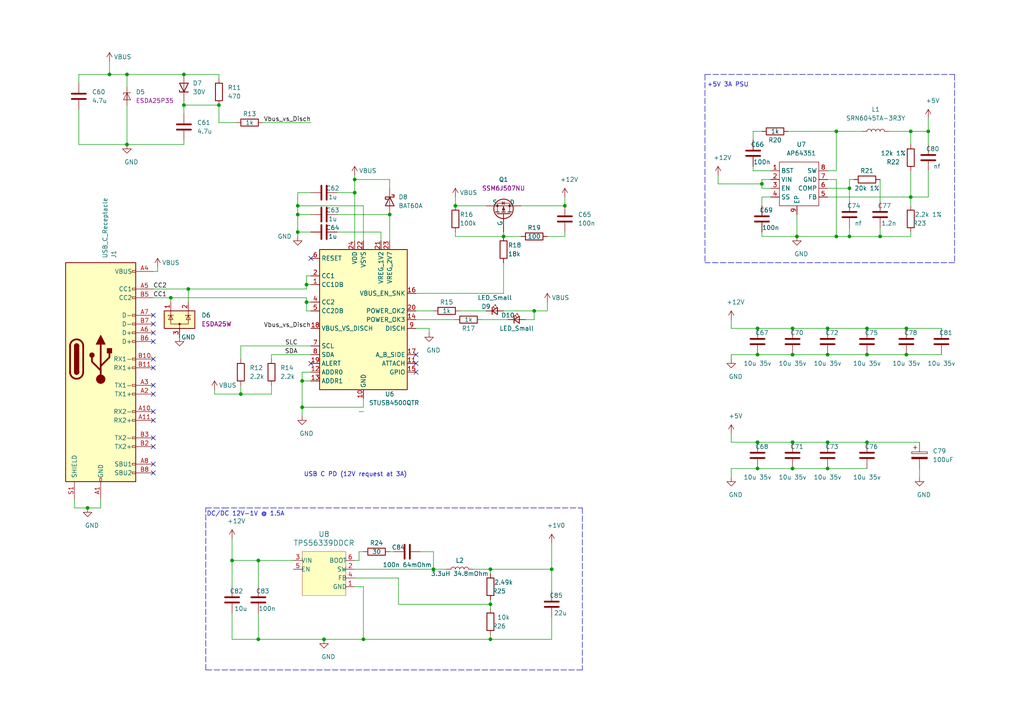
<source format=kicad_sch>
(kicad_sch (version 20210126) (generator eeschema)
  (paper "A4")
  (lib_symbols
    (symbol "CM4_NAS:AP64351"
      (property "Reference" "U" (at 0 8.89 0))
      (property "Value" "AP64351" (at 1.27 6.35 0))
      (symbol "AP64351_0_1"
        (rectangle (start -5.08 5.08) (end 6.35 -7.62))
      )
      (symbol "AP64351_1_1"
        (pin passive line (at -7.62 2.54 0) (length 2.54) (name "BST") (number "1"))
        (pin power_in line (at -7.62 0 0) (length 2.54) (name "VIN") (number "2"))
        (pin input line (at -7.62 -2.54 0) (length 2.54) (name "EN") (number "3"))
        (pin input line (at -7.62 -5.08 0) (length 2.54) (name "SS") (number "4"))
        (pin input line (at 8.89 -5.08 180) (length 2.54) (name "FB") (number "5"))
        (pin input line (at 8.89 -2.54 180) (length 2.54) (name "COMP") (number "6"))
        (pin power_in line (at 8.89 0 180) (length 2.54) (name "GND") (number "7"))
        (pin output line (at 8.89 2.54 180) (length 2.54) (name "SW") (number "8"))
        (pin passive line (at 0 -10.16 90) (length 2.54) (name "EP") (number "9"))
      )
    )
    (symbol "CM4_NAS:ESDA25P35" (pin_numbers hide) (pin_names hide)
      (property "Reference" "D" (at 0 2.54 0))
      (property "MPN" "ESDA25P35" (at 0 -2.54 0))
      (symbol "ESDA25P35_0_1"
        (polyline (pts (xy -1.016 0) (xy 1.016 0)))
        (polyline (pts (xy -1.016 1.016) (xy -1.016 -1.016) (xy -0.508 -1.016)))
        (polyline (pts (xy 1.016 1.016) (xy -1.016 0) (xy 1.016 -1.016) (xy 1.016 1.016)))
      )
      (symbol "ESDA25P35_1_1"
        (pin passive line (at -2.54 0 0) (length 2.54) (name "K1") (number "1"))
        (pin passive line (at 2.54 0 180) (length 2.54) (name "A") (number "2"))
      )
    )
    (symbol "CM4_NAS:ESDA25W" (pin_names hide)
      (property "Reference" "D" (at 5.715 2.54 0))
      (property "MPN" "ESDA25W" (at 10.16 0 0))
      (symbol "ESDA25W_0_0"
        (pin passive line (at 0 -5.08 90) (length 2.54) (name "A") (number "3"))
      )
      (symbol "ESDA25W_0_1"
        (circle (center 0 -1.27) (radius 0.254) (fill (type outline)))
        (rectangle (start -4.445 2.54) (end 4.445 -2.54) (stroke (width 0.254)) (fill (type background)))
        (polyline (pts (xy -2.54 2.54) (xy -2.54 1.27)))
        (polyline (pts (xy 0 -1.27) (xy 0 -2.54)))
        (polyline (pts (xy 2.54 2.54) (xy 2.54 1.27)))
        (polyline (pts (xy -3.302 1.016) (xy -3.302 1.27) (xy -1.905 1.27) (xy -1.778 1.27)))
        (polyline (pts (xy -2.54 1.27) (xy -2.54 -1.27) (xy 2.54 -1.27) (xy 2.54 1.27)))
        (polyline (pts (xy -2.54 1.27) (xy -1.905 0) (xy -3.175 0) (xy -2.54 1.27)))
        (polyline (pts (xy 1.778 1.016) (xy 1.778 1.27) (xy 3.175 1.27) (xy 3.302 1.27)))
        (polyline (pts (xy 2.54 1.27) (xy 1.905 0) (xy 3.175 0) (xy 2.54 1.27)))
      )
      (symbol "ESDA25W_1_1"
        (pin passive line (at -2.54 5.08 270) (length 2.54) (name "K") (number "1"))
        (pin passive line (at 2.54 5.08 270) (length 2.54) (name "K") (number "2"))
      )
    )
    (symbol "CM4_NAS:SSM6J507NU" (pin_numbers hide) (pin_names (offset 0))
      (property "Reference" "Q" (at 5.08 1.27 0))
      (property "MPN" "SSM6J507NU" (at 11.43 -1.27 0))
      (symbol "SSM6J507NU_0_0"
        (pin passive line (at 2.54 5.08 270) (length 5.08) hide (name "D") (number "1"))
        (pin passive line (at 2.54 5.08 270) (length 5.08) hide (name "D") (number "2"))
        (pin passive line (at 2.54 5.08 270) (length 5.08) hide (name "D") (number "6"))
        (pin passive line (at 2.54 5.08 270) (length 5.08) (name "D") (number "D"))
        (pin passive line (at 2.54 -5.08 90) (length 5.08) (name "S") (number "S"))
      )
      (symbol "SSM6J507NU_0_1"
        (circle (center 1.651 0) (radius 2.8194) (stroke (width 0.254)))
        (circle (center 2.54 -1.778) (radius 0.2794) (fill (type outline)))
        (circle (center 2.54 1.778) (radius 0.2794) (fill (type outline)))
        (polyline (pts (xy 0.0508 0) (xy 0.254 0)))
        (polyline (pts (xy 0.762 -1.778) (xy 2.54 -1.778)))
        (polyline (pts (xy 0.762 -1.27) (xy 0.762 -2.286)) (stroke (width 0.254)))
        (polyline (pts (xy 0.762 0) (xy 2.54 0)))
        (polyline (pts (xy 0.762 0.508) (xy 0.762 -0.508)) (stroke (width 0.254)))
        (polyline (pts (xy 0.762 1.778) (xy 2.54 1.778)))
        (polyline (pts (xy 0.762 2.286) (xy 0.762 1.27)) (stroke (width 0.254)))
        (polyline (pts (xy 2.54 -1.778) (xy 2.54 -2.54)))
        (polyline (pts (xy 2.54 -1.778) (xy 2.54 0)))
        (polyline (pts (xy 2.54 2.54) (xy 2.54 1.778)))
        (polyline (pts (xy 0.254 1.905) (xy 0.254 -1.905) (xy 0.254 -1.905)) (stroke (width 0.254)))
        (polyline (pts (xy 2.286 0) (xy 1.27 -0.381) (xy 1.27 0.381) (xy 2.286 0)) (fill (type outline)))
        (polyline (pts (xy 2.54 -1.778) (xy 3.302 -1.778) (xy 3.302 1.778) (xy 2.54 1.778)))
        (polyline (pts (xy 2.794 -0.508) (xy 2.921 -0.381) (xy 3.683 -0.381) (xy 3.81 -0.254)))
        (polyline (pts (xy 3.302 -0.381) (xy 2.921 0.254) (xy 3.683 0.254) (xy 3.302 -0.381)))
      )
      (symbol "SSM6J507NU_1_1"
        (pin input line (at -5.08 0 0) (length 5.08) (name "G") (number "3"))
        (pin passive line (at 2.54 -5.08 90) (length 2.54) hide (name "S") (number "4"))
        (pin passive line (at 2.54 5.08 270) (length 2.54) hide (name "D") (number "5"))
      )
    )
    (symbol "CM4_NAS:TPS56339DDCR" (pin_names (offset -0.254))
      (property "Reference" "U" (at -1.27 10.16 0))
      (property "Value" "TPS56339DDCR" (at 0 7.62 0))
      (symbol "TPS56339DDCR_1_1"
        (rectangle (start -6.35 6.35) (end 6.35 -6.35) (stroke (width 0.001)) (fill (type background)))
        (pin power_in line (at 8.89 -3.81 180) (length 2.54) (name "GND") (number "1"))
        (pin power_in line (at 8.89 1.27 180) (length 2.54) (name "SW") (number "2"))
        (pin power_in line (at -8.89 3.81 0) (length 2.54) (name "VIN") (number "3"))
        (pin input line (at 8.89 -1.27 180) (length 2.54) (name "FB") (number "4"))
        (pin input line (at -8.89 1.27 0) (length 2.54) (name "EN") (number "5"))
        (pin power_in line (at 8.89 3.81 180) (length 2.54) (name "BOOT") (number "6"))
      )
    )
    (symbol "Connector:USB_C_Receptacle" (pin_names (offset 1.016))
      (property "Reference" "J" (at -10.16 29.21 0))
      (property "Value" "USB_C_Receptacle" (at 10.16 29.21 0))
      (symbol "USB_C_Receptacle_0_0"
        (rectangle (start -0.254 -35.56) (end 0.254 -34.544))
        (rectangle (start 10.16 -32.766) (end 9.144 -33.274))
        (rectangle (start 10.16 -30.226) (end 9.144 -30.734))
        (rectangle (start 10.16 -25.146) (end 9.144 -25.654))
        (rectangle (start 10.16 -22.606) (end 9.144 -23.114))
        (rectangle (start 10.16 -17.526) (end 9.144 -18.034))
        (rectangle (start 10.16 -14.986) (end 9.144 -15.494))
        (rectangle (start 10.16 -9.906) (end 9.144 -10.414))
        (rectangle (start 10.16 -7.366) (end 9.144 -7.874))
        (rectangle (start 10.16 -2.286) (end 9.144 -2.794))
        (rectangle (start 10.16 0.254) (end 9.144 -0.254))
        (rectangle (start 10.16 5.334) (end 9.144 4.826))
        (rectangle (start 10.16 7.874) (end 9.144 7.366))
        (rectangle (start 10.16 10.414) (end 9.144 9.906))
        (rectangle (start 10.16 12.954) (end 9.144 12.446))
        (rectangle (start 10.16 18.034) (end 9.144 17.526))
        (rectangle (start 10.16 20.574) (end 9.144 20.066))
        (rectangle (start 10.16 25.654) (end 9.144 25.146))
      )
      (symbol "USB_C_Receptacle_0_1"
        (arc (start -8.89 -3.81) (end -5.08 -3.81) (radius (at -6.985 -3.81) (length 1.905) (angles -179.9 -0.1)) (stroke (width 0.508)))
        (arc (start -7.62 -3.81) (end -6.35 -3.81) (radius (at -6.985 -3.81) (length 0.635) (angles -179.9 -0.1)) (stroke (width 0.254)))
        (arc (start -7.62 -3.81) (end -6.35 -3.81) (radius (at -6.985 -3.81) (length 0.635) (angles -179.9 -0.1)) (stroke (width 0.254)) (fill (type outline)))
        (arc (start -6.35 3.81) (end -7.62 3.81) (radius (at -6.985 3.81) (length 0.635) (angles 0.1 179.9)) (stroke (width 0.254)) (fill (type outline)))
        (arc (start -6.35 3.81) (end -7.62 3.81) (radius (at -6.985 3.81) (length 0.635) (angles 0.1 179.9)) (stroke (width 0.254)))
        (arc (start -5.08 3.81) (end -8.89 3.81) (radius (at -6.985 3.81) (length 1.905) (angles 0.1 179.9)) (stroke (width 0.508)))
        (rectangle (start -10.16 27.94) (end 10.16 -35.56) (stroke (width 0.254)) (fill (type background)))
        (rectangle (start -7.62 -3.81) (end -6.35 3.81) (stroke (width 0.254)) (fill (type outline)))
        (polyline (pts (xy -8.89 -3.81) (xy -8.89 3.81)) (stroke (width 0.508)))
        (polyline (pts (xy -5.08 3.81) (xy -5.08 -3.81)) (stroke (width 0.508)))
      )
      (symbol "USB_C_Receptacle_1_1"
        (circle (center -2.54 1.143) (radius 0.635) (stroke (width 0.254)) (fill (type outline)))
        (circle (center 0 -5.842) (radius 1.27) (fill (type outline)))
        (rectangle (start 1.905 1.778) (end 3.175 3.048) (stroke (width 0.254)) (fill (type outline)))
        (polyline (pts (xy 0 -5.842) (xy 0 4.318)) (stroke (width 0.508)))
        (polyline (pts (xy 0 -3.302) (xy -2.54 -0.762) (xy -2.54 0.508)) (stroke (width 0.508)))
        (polyline (pts (xy 0 -2.032) (xy 2.54 0.508) (xy 2.54 1.778)) (stroke (width 0.508)))
        (polyline (pts (xy -1.27 4.318) (xy 0 6.858) (xy 1.27 4.318) (xy -1.27 4.318)) (stroke (width 0.254)) (fill (type outline)))
        (pin passive line (at 0 -40.64 90) (length 5.08) (name "GND") (number "A1"))
        (pin bidirectional line (at 15.24 -15.24 180) (length 5.08) (name "RX2-") (number "A10"))
        (pin bidirectional line (at 15.24 -17.78 180) (length 5.08) (name "RX2+") (number "A11"))
        (pin passive line (at 0 -40.64 90) (length 5.08) hide (name "GND") (number "A12"))
        (pin bidirectional line (at 15.24 -10.16 180) (length 5.08) (name "TX1+") (number "A2"))
        (pin bidirectional line (at 15.24 -7.62 180) (length 5.08) (name "TX1-") (number "A3"))
        (pin passive line (at 15.24 25.4 180) (length 5.08) (name "VBUS") (number "A4"))
        (pin bidirectional line (at 15.24 20.32 180) (length 5.08) (name "CC1") (number "A5"))
        (pin bidirectional line (at 15.24 7.62 180) (length 5.08) (name "D+") (number "A6"))
        (pin bidirectional line (at 15.24 12.7 180) (length 5.08) (name "D-") (number "A7"))
        (pin bidirectional line (at 15.24 -30.48 180) (length 5.08) (name "SBU1") (number "A8"))
        (pin passive line (at 15.24 25.4 180) (length 5.08) hide (name "VBUS") (number "A9"))
        (pin passive line (at 0 -40.64 90) (length 5.08) hide (name "GND") (number "B1"))
        (pin bidirectional line (at 15.24 0 180) (length 5.08) (name "RX1-") (number "B10"))
        (pin bidirectional line (at 15.24 -2.54 180) (length 5.08) (name "RX1+") (number "B11"))
        (pin passive line (at 0 -40.64 90) (length 5.08) hide (name "GND") (number "B12"))
        (pin bidirectional line (at 15.24 -25.4 180) (length 5.08) (name "TX2+") (number "B2"))
        (pin bidirectional line (at 15.24 -22.86 180) (length 5.08) (name "TX2-") (number "B3"))
        (pin passive line (at 15.24 25.4 180) (length 5.08) hide (name "VBUS") (number "B4"))
        (pin bidirectional line (at 15.24 17.78 180) (length 5.08) (name "CC2") (number "B5"))
        (pin bidirectional line (at 15.24 5.08 180) (length 5.08) (name "D+") (number "B6"))
        (pin bidirectional line (at 15.24 10.16 180) (length 5.08) (name "D-") (number "B7"))
        (pin bidirectional line (at 15.24 -33.02 180) (length 5.08) (name "SBU2") (number "B8"))
        (pin passive line (at 15.24 25.4 180) (length 5.08) hide (name "VBUS") (number "B9"))
        (pin passive line (at -7.62 -40.64 90) (length 5.08) (name "SHIELD") (number "S1"))
      )
    )
    (symbol "Device:C" (pin_numbers hide) (pin_names (offset 0.254))
      (property "Reference" "C" (at 0.635 2.54 0))
      (property "Value" "C" (at 0.635 -2.54 0))
      (symbol "C_0_1"
        (polyline (pts (xy -2.032 -0.762) (xy 2.032 -0.762)) (stroke (width 0.508)))
        (polyline (pts (xy -2.032 0.762) (xy 2.032 0.762)) (stroke (width 0.508)))
      )
      (symbol "C_1_1"
        (pin passive line (at 0 3.81 270) (length 2.794) (name "~") (number "1"))
        (pin passive line (at 0 -3.81 90) (length 2.794) (name "~") (number "2"))
      )
    )
    (symbol "Device:C_Polarized" (pin_numbers hide) (pin_names (offset 0.254))
      (property "Reference" "C" (at 0.635 2.54 0))
      (property "Value" "C_Polarized" (at 0.635 -2.54 0))
      (symbol "C_Polarized_0_1"
        (rectangle (start -2.286 0.508) (end 2.286 1.016))
        (rectangle (start 2.286 -0.508) (end -2.286 -1.016) (fill (type outline)))
        (polyline (pts (xy -1.778 2.286) (xy -0.762 2.286)))
        (polyline (pts (xy -1.27 2.794) (xy -1.27 1.778)))
      )
      (symbol "C_Polarized_1_1"
        (pin passive line (at 0 3.81 270) (length 2.794) (name "~") (number "1"))
        (pin passive line (at 0 -3.81 90) (length 2.794) (name "~") (number "2"))
      )
    )
    (symbol "Device:D_Zener" (pin_numbers hide) (pin_names (offset 1.016) hide)
      (property "Reference" "D" (at 0 2.54 0))
      (property "Value" "D_Zener" (at 0 -2.54 0))
      (symbol "D_Zener_0_1"
        (polyline (pts (xy 1.27 0) (xy -1.27 0)))
        (polyline (pts (xy -1.27 -1.27) (xy -1.27 1.27) (xy -0.762 1.27)) (stroke (width 0.254)))
        (polyline (pts (xy 1.27 -1.27) (xy 1.27 1.27) (xy -1.27 0) (xy 1.27 -1.27)) (stroke (width 0.254)))
      )
      (symbol "D_Zener_1_1"
        (pin passive line (at -3.81 0 0) (length 2.54) (name "K") (number "1"))
        (pin passive line (at 3.81 0 180) (length 2.54) (name "A") (number "2"))
      )
    )
    (symbol "Device:L" (pin_numbers hide) (pin_names (offset 1.016) hide)
      (property "Reference" "L" (at -1.27 0 90))
      (property "Value" "L" (at 1.905 0 90))
      (symbol "L_0_1"
        (arc (start 0 -2.54) (end 0 -1.27) (radius (at 0 -1.905) (length 0.635) (angles -89.9 89.9)))
        (arc (start 0 -1.27) (end 0 0) (radius (at 0 -0.635) (length 0.635) (angles -89.9 89.9)))
        (arc (start 0 0) (end 0 1.27) (radius (at 0 0.635) (length 0.635) (angles -89.9 89.9)))
        (arc (start 0 1.27) (end 0 2.54) (radius (at 0 1.905) (length 0.635) (angles -89.9 89.9)))
      )
      (symbol "L_1_1"
        (pin passive line (at 0 3.81 270) (length 1.27) (name "1") (number "1"))
        (pin passive line (at 0 -3.81 90) (length 1.27) (name "2") (number "2"))
      )
    )
    (symbol "Device:LED_Small" (pin_numbers hide) (pin_names (offset 0.254) hide)
      (property "Reference" "D" (at -1.27 3.175 0))
      (property "Value" "LED_Small" (at -4.445 -2.54 0))
      (symbol "LED_Small_0_1"
        (polyline (pts (xy -0.762 -1.016) (xy -0.762 1.016)) (stroke (width 0.254)))
        (polyline (pts (xy 1.016 0) (xy -0.762 0)))
        (polyline (pts (xy 0.762 -1.016) (xy -0.762 0) (xy 0.762 1.016) (xy 0.762 -1.016)) (stroke (width 0.254)))
        (polyline (pts (xy 0 0.762) (xy -0.508 1.27) (xy -0.254 1.27) (xy -0.508 1.27) (xy -0.508 1.016)))
        (polyline (pts (xy 0.508 1.27) (xy 0 1.778) (xy 0.254 1.778) (xy 0 1.778) (xy 0 1.524)))
      )
      (symbol "LED_Small_1_1"
        (pin passive line (at -2.54 0 0) (length 1.778) (name "K") (number "1"))
        (pin passive line (at 2.54 0 180) (length 1.778) (name "A") (number "2"))
      )
    )
    (symbol "Device:R" (pin_numbers hide) (pin_names (offset 0))
      (property "Reference" "R" (at 2.032 0 90))
      (property "Value" "R" (at 0 0 90))
      (symbol "R_0_1"
        (rectangle (start -1.016 -2.54) (end 1.016 2.54) (stroke (width 0.254)))
      )
      (symbol "R_1_1"
        (pin passive line (at 0 3.81 270) (length 1.27) (name "~") (number "1"))
        (pin passive line (at 0 -3.81 90) (length 1.27) (name "~") (number "2"))
      )
    )
    (symbol "Diode:BAT60A" (pin_numbers hide) (pin_names (offset 1.016) hide)
      (property "Reference" "D" (at 0 2.54 0))
      (property "Value" "BAT60A" (at 0 -2.54 0))
      (symbol "BAT60A_0_1"
        (polyline (pts (xy 1.27 0) (xy -1.27 0)))
        (polyline (pts (xy 1.27 1.27) (xy 1.27 -1.27) (xy -1.27 0) (xy 1.27 1.27)) (stroke (width 0.254)))
        (polyline (pts (xy -1.905 0.635) (xy -1.905 1.27) (xy -1.27 1.27) (xy -1.27 -1.27) (xy -0.635 -1.27) (xy -0.635 -0.635)) (stroke (width 0.254)))
      )
      (symbol "BAT60A_1_1"
        (pin passive line (at -3.81 0 0) (length 2.54) (name "K") (number "1"))
        (pin passive line (at 3.81 0 180) (length 2.54) (name "A") (number "2"))
      )
    )
    (symbol "Interface_USB:STUSB4500QTR"
      (property "Reference" "U" (at -12.7 21.59 0))
      (property "Value" "STUSB4500QTR" (at 8.89 -21.59 0))
      (symbol "STUSB4500QTR_0_1"
        (rectangle (start -12.7 20.32) (end 12.7 -20.32) (stroke (width 0.254)) (fill (type background)))
      )
      (symbol "STUSB4500QTR_1_1"
        (pin bidirectional line (at -15.24 10.16 0) (length 2.54) (name "CC1DB") (number "1"))
        (pin power_in line (at 0 -22.86 90) (length 2.54) (name "GND") (number "10"))
        (pin open_collector line (at 15.24 -12.7 180) (length 2.54) (name "ATTACH") (number "11"))
        (pin input line (at -15.24 -15.24 0) (length 2.54) (name "ADDR0") (number "12"))
        (pin input line (at -15.24 -17.78 0) (length 2.54) (name "ADDR1") (number "13"))
        (pin open_collector line (at 15.24 0 180) (length 2.54) (name "POWER_OK3") (number "14"))
        (pin open_collector line (at 15.24 -15.24 180) (length 2.54) (name "GPIO") (number "15"))
        (pin open_collector line (at 15.24 7.62 180) (length 2.54) (name "VBUS_EN_SNK") (number "16"))
        (pin open_collector line (at 15.24 -10.16 180) (length 2.54) (name "A_B_SIDE") (number "17"))
        (pin input line (at -15.24 -2.54 0) (length 2.54) (name "VBUS_VS_DISCH") (number "18"))
        (pin open_collector line (at -15.24 -12.7 0) (length 2.54) (name "ALERT") (number "19"))
        (pin bidirectional line (at -15.24 12.7 0) (length 2.54) (name "CC1") (number "2"))
        (pin open_collector line (at 15.24 2.54 180) (length 2.54) (name "POWER_OK2") (number "20"))
        (pin power_out line (at 5.08 22.86 270) (length 2.54) (name "VREG_1V2") (number "21"))
        (pin power_in line (at 0 22.86 270) (length 2.54) (name "VSYS") (number "22"))
        (pin power_out line (at 7.62 22.86 270) (length 2.54) (name "VREG_2V7") (number "23"))
        (pin power_in line (at -2.54 22.86 270) (length 2.54) (name "VDD") (number "24"))
        (pin passive line (at 0 -22.86 90) (length 2.54) hide (name "GND") (number "25"))
        (pin no_connect line (at -12.7 15.24 0) (length 2.54) hide (name "NC") (number "3"))
        (pin bidirectional line (at -15.24 5.08 0) (length 2.54) (name "CC2") (number "4"))
        (pin bidirectional line (at -15.24 2.54 0) (length 2.54) (name "CC2DB") (number "5"))
        (pin input line (at -15.24 17.78 0) (length 2.54) (name "RESET") (number "6"))
        (pin input line (at -15.24 -7.62 0) (length 2.54) (name "SCL") (number "7"))
        (pin bidirectional line (at -15.24 -10.16 0) (length 2.54) (name "SDA") (number "8"))
        (pin bidirectional line (at 15.24 -2.54 180) (length 2.54) (name "DISCH") (number "9"))
      )
    )
    (symbol "power:+12V" (power) (pin_names (offset 0))
      (property "Value" "+12V" (at 0 3.556 0))
      (symbol "+12V_0_1"
        (polyline (pts (xy -0.762 1.27) (xy 0 2.54)))
        (polyline (pts (xy 0 0) (xy 0 2.54)))
        (polyline (pts (xy 0 2.54) (xy 0.762 1.27)))
      )
      (symbol "+12V_1_1"
        (pin power_in line (at 0 0 90) (length 0) hide (name "+12V") (number "1"))
      )
    )
    (symbol "power:+1V0" (power) (pin_names (offset 0))
      (property "Value" "+1V0" (at 0 3.556 0))
      (symbol "+1V0_0_1"
        (polyline (pts (xy -0.762 1.27) (xy 0 2.54)))
        (polyline (pts (xy 0 0) (xy 0 2.54)))
        (polyline (pts (xy 0 2.54) (xy 0.762 1.27)))
      )
      (symbol "+1V0_1_1"
        (pin power_in line (at 0 0 90) (length 0) hide (name "+1V0") (number "1"))
      )
    )
    (symbol "power:+5V" (power) (pin_names (offset 0))
      (property "Value" "+5V" (at 0 3.556 0))
      (symbol "+5V_0_1"
        (polyline (pts (xy -0.762 1.27) (xy 0 2.54)))
        (polyline (pts (xy 0 0) (xy 0 2.54)))
        (polyline (pts (xy 0 2.54) (xy 0.762 1.27)))
      )
      (symbol "+5V_1_1"
        (pin power_in line (at 0 0 90) (length 0) hide (name "+5V") (number "1"))
      )
    )
    (symbol "power:GND" (power) (pin_names (offset 0))
      (property "Value" "GND" (at 0 -3.81 0))
      (symbol "GND_0_1"
        (polyline (pts (xy 0 0) (xy 0 -1.27) (xy 1.27 -1.27) (xy 0 -2.54) (xy -1.27 -1.27) (xy 0 -1.27)))
      )
      (symbol "GND_1_1"
        (pin power_in line (at 0 0 270) (length 0) hide (name "GND") (number "1"))
      )
    )
    (symbol "power:VBUS" (power) (pin_names (offset 0))
      (property "Value" "VBUS" (at 0 3.81 0))
      (symbol "VBUS_0_1"
        (polyline (pts (xy -0.762 1.27) (xy 0 2.54)))
        (polyline (pts (xy 0 0) (xy 0 2.54)))
        (polyline (pts (xy 0 2.54) (xy 0.762 1.27)))
      )
      (symbol "VBUS_1_1"
        (pin power_in line (at 0 0 90) (length 0) hide (name "VBUS") (number "1"))
      )
    )
  )
  (junction (at 25.4 147.32) (diameter 0.9144))
  (junction (at 31.75 21.59) (diameter 0.9144))
  (junction (at 36.83 21.59) (diameter 0.9144))
  (junction (at 36.83 41.91) (diameter 0.9144))
  (junction (at 49.53 86.36) (diameter 0.9144))
  (junction (at 53.34 21.59) (diameter 0.9144))
  (junction (at 53.34 30.48) (diameter 0.9144))
  (junction (at 54.61 83.82) (diameter 0.9144))
  (junction (at 63.5 30.48) (diameter 0.9144))
  (junction (at 67.31 162.56) (diameter 0.9144))
  (junction (at 69.85 114.3) (diameter 0.9144))
  (junction (at 74.93 162.56) (diameter 0.9144))
  (junction (at 74.93 185.42) (diameter 0.9144))
  (junction (at 86.36 59.69) (diameter 0.9144))
  (junction (at 86.36 62.23) (diameter 0.9144))
  (junction (at 86.36 67.31) (diameter 0.9144))
  (junction (at 87.63 110.49) (diameter 0.9144))
  (junction (at 87.63 118.11) (diameter 0.9144))
  (junction (at 88.9 82.55) (diameter 0.9144))
  (junction (at 88.9 87.63) (diameter 0.9144))
  (junction (at 93.98 185.42) (diameter 0.9144))
  (junction (at 102.87 52.07) (diameter 0.9144))
  (junction (at 102.87 55.88) (diameter 0.9144))
  (junction (at 105.41 185.42) (diameter 0.9144))
  (junction (at 113.03 62.23) (diameter 0.9144))
  (junction (at 125.73 165.1) (diameter 0.9144))
  (junction (at 132.08 59.69) (diameter 0.9144))
  (junction (at 142.24 165.1) (diameter 0.9144))
  (junction (at 142.24 175.26) (diameter 0.9144))
  (junction (at 142.24 185.42) (diameter 0.9144))
  (junction (at 146.05 68.58) (diameter 0.9144))
  (junction (at 154.94 90.17) (diameter 0.9144))
  (junction (at 160.02 165.1) (diameter 0.9144))
  (junction (at 163.83 59.69) (diameter 0.9144))
  (junction (at 219.71 95.25) (diameter 0.9144))
  (junction (at 219.71 102.87) (diameter 0.9144))
  (junction (at 219.71 128.27) (diameter 0.9144))
  (junction (at 219.71 135.89) (diameter 0.9144))
  (junction (at 220.98 53.34) (diameter 0.9144))
  (junction (at 229.87 95.25) (diameter 0.9144))
  (junction (at 229.87 102.87) (diameter 0.9144))
  (junction (at 229.87 128.27) (diameter 0.9144))
  (junction (at 229.87 135.89) (diameter 0.9144))
  (junction (at 231.14 68.58) (diameter 0.9144))
  (junction (at 240.03 95.25) (diameter 0.9144))
  (junction (at 240.03 102.87) (diameter 0.9144))
  (junction (at 240.03 128.27) (diameter 0.9144))
  (junction (at 240.03 135.89) (diameter 0.9144))
  (junction (at 242.57 38.1) (diameter 0.9144))
  (junction (at 242.57 68.58) (diameter 0.9144))
  (junction (at 246.38 54.61) (diameter 0.9144))
  (junction (at 246.38 68.58) (diameter 0.9144))
  (junction (at 251.46 95.25) (diameter 0.9144))
  (junction (at 251.46 102.87) (diameter 0.9144))
  (junction (at 251.46 128.27) (diameter 0.9144))
  (junction (at 255.27 68.58) (diameter 0.9144))
  (junction (at 262.89 95.25) (diameter 0.9144))
  (junction (at 262.89 102.87) (diameter 0.9144))
  (junction (at 264.16 38.1) (diameter 0.9144))
  (junction (at 264.16 57.15) (diameter 0.9144))
  (junction (at 269.24 38.1) (diameter 0.9144))
  (no_connect (at 44.45 91.44))
  (no_connect (at 44.45 93.98))
  (no_connect (at 44.45 96.52))
  (no_connect (at 44.45 99.06))
  (no_connect (at 44.45 104.14))
  (no_connect (at 44.45 106.68))
  (no_connect (at 44.45 111.76))
  (no_connect (at 44.45 114.3))
  (no_connect (at 44.45 119.38))
  (no_connect (at 44.45 121.92))
  (no_connect (at 44.45 127))
  (no_connect (at 44.45 129.54))
  (no_connect (at 44.45 134.62))
  (no_connect (at 44.45 137.16))
  (no_connect (at 90.17 74.93))
  (no_connect (at 90.17 105.41))
  (no_connect (at 120.65 102.87))
  (no_connect (at 120.65 105.41))
  (no_connect (at 120.65 107.95))
  (wire (pts (xy 21.59 144.78) (xy 21.59 147.32)))
  (wire (pts (xy 21.59 147.32) (xy 25.4 147.32)))
  (wire (pts (xy 22.86 21.59) (xy 31.75 21.59)))
  (wire (pts (xy 22.86 24.13) (xy 22.86 21.59)))
  (wire (pts (xy 22.86 31.75) (xy 22.86 41.91)))
  (wire (pts (xy 22.86 41.91) (xy 36.83 41.91)))
  (wire (pts (xy 25.4 147.32) (xy 29.21 147.32)))
  (wire (pts (xy 29.21 147.32) (xy 29.21 144.78)))
  (wire (pts (xy 31.75 21.59) (xy 31.75 17.78)))
  (wire (pts (xy 36.83 21.59) (xy 31.75 21.59)))
  (wire (pts (xy 36.83 21.59) (xy 53.34 21.59)))
  (wire (pts (xy 36.83 25.4) (xy 36.83 21.59)))
  (wire (pts (xy 36.83 30.48) (xy 36.83 41.91)))
  (wire (pts (xy 44.45 78.74) (xy 45.72 78.74)))
  (wire (pts (xy 44.45 83.82) (xy 54.61 83.82)))
  (wire (pts (xy 44.45 86.36) (xy 49.53 86.36)))
  (wire (pts (xy 45.72 78.74) (xy 45.72 77.47)))
  (wire (pts (xy 49.53 86.36) (xy 49.53 87.63)))
  (wire (pts (xy 49.53 86.36) (xy 88.9 86.36)))
  (wire (pts (xy 53.34 21.59) (xy 63.5 21.59)))
  (wire (pts (xy 53.34 29.21) (xy 53.34 30.48)))
  (wire (pts (xy 53.34 30.48) (xy 53.34 33.02)))
  (wire (pts (xy 53.34 30.48) (xy 63.5 30.48)))
  (wire (pts (xy 53.34 40.64) (xy 53.34 41.91)))
  (wire (pts (xy 53.34 41.91) (xy 36.83 41.91)))
  (wire (pts (xy 54.61 83.82) (xy 54.61 87.63)))
  (wire (pts (xy 54.61 83.82) (xy 88.9 83.82)))
  (wire (pts (xy 62.23 113.03) (xy 62.23 114.3)))
  (wire (pts (xy 62.23 114.3) (xy 69.85 114.3)))
  (wire (pts (xy 63.5 21.59) (xy 63.5 22.86)))
  (wire (pts (xy 63.5 35.56) (xy 63.5 30.48)))
  (wire (pts (xy 67.31 156.21) (xy 67.31 162.56)))
  (wire (pts (xy 67.31 162.56) (xy 74.93 162.56)))
  (wire (pts (xy 67.31 170.18) (xy 67.31 162.56)))
  (wire (pts (xy 67.31 177.8) (xy 67.31 185.42)))
  (wire (pts (xy 67.31 185.42) (xy 74.93 185.42)))
  (wire (pts (xy 68.58 35.56) (xy 63.5 35.56)))
  (wire (pts (xy 69.85 100.33) (xy 69.85 104.14)))
  (wire (pts (xy 69.85 114.3) (xy 69.85 111.76)))
  (wire (pts (xy 74.93 162.56) (xy 74.93 170.18)))
  (wire (pts (xy 74.93 162.56) (xy 85.09 162.56)))
  (wire (pts (xy 74.93 177.8) (xy 74.93 185.42)))
  (wire (pts (xy 74.93 185.42) (xy 93.98 185.42)))
  (wire (pts (xy 76.2 35.56) (xy 90.17 35.56)))
  (wire (pts (xy 78.74 102.87) (xy 90.17 102.87)))
  (wire (pts (xy 78.74 104.14) (xy 78.74 102.87)))
  (wire (pts (xy 78.74 111.76) (xy 78.74 114.3)))
  (wire (pts (xy 78.74 114.3) (xy 69.85 114.3)))
  (wire (pts (xy 86.36 55.88) (xy 90.17 55.88)))
  (wire (pts (xy 86.36 59.69) (xy 86.36 55.88)))
  (wire (pts (xy 86.36 59.69) (xy 105.41 59.69)))
  (wire (pts (xy 86.36 62.23) (xy 86.36 59.69)))
  (wire (pts (xy 86.36 62.23) (xy 90.17 62.23)))
  (wire (pts (xy 86.36 67.31) (xy 86.36 62.23)))
  (wire (pts (xy 86.36 67.31) (xy 90.17 67.31)))
  (wire (pts (xy 86.36 68.58) (xy 86.36 67.31)))
  (wire (pts (xy 87.63 107.95) (xy 90.17 107.95)))
  (wire (pts (xy 87.63 110.49) (xy 87.63 107.95)))
  (wire (pts (xy 87.63 110.49) (xy 87.63 118.11)))
  (wire (pts (xy 87.63 118.11) (xy 87.63 120.65)))
  (wire (pts (xy 87.63 118.11) (xy 105.41 118.11)))
  (wire (pts (xy 88.9 80.01) (xy 88.9 82.55)))
  (wire (pts (xy 88.9 80.01) (xy 90.17 80.01)))
  (wire (pts (xy 88.9 83.82) (xy 88.9 82.55)))
  (wire (pts (xy 88.9 86.36) (xy 88.9 87.63)))
  (wire (pts (xy 88.9 87.63) (xy 90.17 87.63)))
  (wire (pts (xy 88.9 90.17) (xy 88.9 87.63)))
  (wire (pts (xy 90.17 82.55) (xy 88.9 82.55)))
  (wire (pts (xy 90.17 90.17) (xy 88.9 90.17)))
  (wire (pts (xy 90.17 100.33) (xy 69.85 100.33)))
  (wire (pts (xy 90.17 110.49) (xy 87.63 110.49)))
  (wire (pts (xy 93.98 185.42) (xy 105.41 185.42)))
  (wire (pts (xy 97.79 55.88) (xy 102.87 55.88)))
  (wire (pts (xy 97.79 62.23) (xy 113.03 62.23)))
  (wire (pts (xy 102.87 50.8) (xy 102.87 52.07)))
  (wire (pts (xy 102.87 52.07) (xy 102.87 55.88)))
  (wire (pts (xy 102.87 52.07) (xy 113.03 52.07)))
  (wire (pts (xy 102.87 55.88) (xy 102.87 69.85)))
  (wire (pts (xy 102.87 162.56) (xy 104.14 162.56)))
  (wire (pts (xy 102.87 165.1) (xy 125.73 165.1)))
  (wire (pts (xy 102.87 167.64) (xy 115.57 167.64)))
  (wire (pts (xy 104.14 119.38) (xy 105.41 119.38)))
  (wire (pts (xy 104.14 160.02) (xy 105.41 160.02)))
  (wire (pts (xy 104.14 162.56) (xy 104.14 160.02)))
  (wire (pts (xy 105.41 69.85) (xy 105.41 59.69)))
  (wire (pts (xy 105.41 115.57) (xy 105.41 118.11)))
  (wire (pts (xy 105.41 170.18) (xy 102.87 170.18)))
  (wire (pts (xy 105.41 185.42) (xy 105.41 170.18)))
  (wire (pts (xy 110.49 67.31) (xy 97.79 67.31)))
  (wire (pts (xy 110.49 69.85) (xy 110.49 67.31)))
  (wire (pts (xy 113.03 54.61) (xy 113.03 52.07)))
  (wire (pts (xy 113.03 62.23) (xy 113.03 69.85)))
  (wire (pts (xy 113.03 160.02) (xy 114.3 160.02)))
  (wire (pts (xy 115.57 167.64) (xy 115.57 175.26)))
  (wire (pts (xy 115.57 175.26) (xy 142.24 175.26)))
  (wire (pts (xy 120.65 85.09) (xy 146.05 85.09)))
  (wire (pts (xy 120.65 90.17) (xy 125.73 90.17)))
  (wire (pts (xy 120.65 92.71) (xy 132.08 92.71)))
  (wire (pts (xy 120.65 95.25) (xy 124.46 95.25)))
  (wire (pts (xy 121.92 160.02) (xy 125.73 160.02)))
  (wire (pts (xy 124.46 95.25) (xy 124.46 96.52)))
  (wire (pts (xy 125.73 160.02) (xy 125.73 165.1)))
  (wire (pts (xy 125.73 165.1) (xy 129.54 165.1)))
  (wire (pts (xy 132.08 57.15) (xy 132.08 59.69)))
  (wire (pts (xy 132.08 59.69) (xy 140.97 59.69)))
  (wire (pts (xy 132.08 67.31) (xy 132.08 68.58)))
  (wire (pts (xy 132.08 68.58) (xy 146.05 68.58)))
  (wire (pts (xy 133.35 90.17) (xy 140.97 90.17)))
  (wire (pts (xy 139.7 92.71) (xy 147.32 92.71)))
  (wire (pts (xy 142.24 165.1) (xy 137.16 165.1)))
  (wire (pts (xy 142.24 165.1) (xy 142.24 166.37)))
  (wire (pts (xy 142.24 165.1) (xy 160.02 165.1)))
  (wire (pts (xy 142.24 173.99) (xy 142.24 175.26)))
  (wire (pts (xy 142.24 175.26) (xy 142.24 176.53)))
  (wire (pts (xy 142.24 184.15) (xy 142.24 185.42)))
  (wire (pts (xy 142.24 185.42) (xy 105.41 185.42)))
  (wire (pts (xy 142.24 185.42) (xy 160.02 185.42)))
  (wire (pts (xy 146.05 67.31) (xy 146.05 68.58)))
  (wire (pts (xy 146.05 68.58) (xy 151.13 68.58)))
  (wire (pts (xy 146.05 85.09) (xy 146.05 76.2)))
  (wire (pts (xy 146.05 90.17) (xy 154.94 90.17)))
  (wire (pts (xy 151.13 59.69) (xy 163.83 59.69)))
  (wire (pts (xy 154.94 90.17) (xy 154.94 92.71)))
  (wire (pts (xy 154.94 92.71) (xy 152.4 92.71)))
  (wire (pts (xy 158.75 68.58) (xy 163.83 68.58)))
  (wire (pts (xy 158.75 87.63) (xy 158.75 90.17)))
  (wire (pts (xy 158.75 90.17) (xy 154.94 90.17)))
  (wire (pts (xy 160.02 157.48) (xy 160.02 165.1)))
  (wire (pts (xy 160.02 165.1) (xy 160.02 171.45)))
  (wire (pts (xy 160.02 185.42) (xy 160.02 179.07)))
  (wire (pts (xy 163.83 57.15) (xy 163.83 59.69)))
  (wire (pts (xy 163.83 68.58) (xy 163.83 67.31)))
  (wire (pts (xy 208.28 50.8) (xy 208.28 53.34)))
  (wire (pts (xy 208.28 53.34) (xy 220.98 53.34)))
  (wire (pts (xy 212.09 92.71) (xy 212.09 95.25)))
  (wire (pts (xy 212.09 95.25) (xy 219.71 95.25)))
  (wire (pts (xy 212.09 102.87) (xy 212.09 104.14)))
  (wire (pts (xy 212.09 125.73) (xy 212.09 128.27)))
  (wire (pts (xy 212.09 128.27) (xy 219.71 128.27)))
  (wire (pts (xy 212.09 135.89) (xy 212.09 138.43)))
  (wire (pts (xy 218.44 38.1) (xy 220.98 38.1)))
  (wire (pts (xy 218.44 40.64) (xy 218.44 38.1)))
  (wire (pts (xy 218.44 49.53) (xy 218.44 48.26)))
  (wire (pts (xy 219.71 95.25) (xy 229.87 95.25)))
  (wire (pts (xy 219.71 102.87) (xy 212.09 102.87)))
  (wire (pts (xy 219.71 128.27) (xy 229.87 128.27)))
  (wire (pts (xy 219.71 135.89) (xy 212.09 135.89)))
  (wire (pts (xy 219.71 135.89) (xy 229.87 135.89)))
  (wire (pts (xy 220.98 52.07) (xy 223.52 52.07)))
  (wire (pts (xy 220.98 53.34) (xy 220.98 52.07)))
  (wire (pts (xy 220.98 54.61) (xy 220.98 53.34)))
  (wire (pts (xy 220.98 57.15) (xy 223.52 57.15)))
  (wire (pts (xy 220.98 59.69) (xy 220.98 57.15)))
  (wire (pts (xy 220.98 67.31) (xy 220.98 68.58)))
  (wire (pts (xy 220.98 68.58) (xy 231.14 68.58)))
  (wire (pts (xy 223.52 49.53) (xy 218.44 49.53)))
  (wire (pts (xy 223.52 54.61) (xy 220.98 54.61)))
  (wire (pts (xy 228.6 38.1) (xy 242.57 38.1)))
  (wire (pts (xy 229.87 95.25) (xy 240.03 95.25)))
  (wire (pts (xy 229.87 102.87) (xy 219.71 102.87)))
  (wire (pts (xy 229.87 128.27) (xy 240.03 128.27)))
  (wire (pts (xy 229.87 135.89) (xy 240.03 135.89)))
  (wire (pts (xy 231.14 68.58) (xy 231.14 62.23)))
  (wire (pts (xy 240.03 52.07) (xy 242.57 52.07)))
  (wire (pts (xy 240.03 54.61) (xy 246.38 54.61)))
  (wire (pts (xy 240.03 57.15) (xy 264.16 57.15)))
  (wire (pts (xy 240.03 95.25) (xy 251.46 95.25)))
  (wire (pts (xy 240.03 102.87) (xy 229.87 102.87)))
  (wire (pts (xy 240.03 128.27) (xy 251.46 128.27)))
  (wire (pts (xy 240.03 135.89) (xy 251.46 135.89)))
  (wire (pts (xy 242.57 38.1) (xy 242.57 49.53)))
  (wire (pts (xy 242.57 38.1) (xy 250.19 38.1)))
  (wire (pts (xy 242.57 49.53) (xy 240.03 49.53)))
  (wire (pts (xy 242.57 52.07) (xy 242.57 68.58)))
  (wire (pts (xy 242.57 68.58) (xy 231.14 68.58)))
  (wire (pts (xy 246.38 52.07) (xy 247.65 52.07)))
  (wire (pts (xy 246.38 54.61) (xy 246.38 52.07)))
  (wire (pts (xy 246.38 58.42) (xy 246.38 54.61)))
  (wire (pts (xy 246.38 66.04) (xy 246.38 68.58)))
  (wire (pts (xy 246.38 68.58) (xy 242.57 68.58)))
  (wire (pts (xy 251.46 95.25) (xy 262.89 95.25)))
  (wire (pts (xy 251.46 102.87) (xy 240.03 102.87)))
  (wire (pts (xy 251.46 128.27) (xy 266.7 128.27)))
  (wire (pts (xy 255.27 52.07) (xy 255.27 58.42)))
  (wire (pts (xy 255.27 66.04) (xy 255.27 68.58)))
  (wire (pts (xy 255.27 68.58) (xy 246.38 68.58)))
  (wire (pts (xy 257.81 38.1) (xy 264.16 38.1)))
  (wire (pts (xy 262.89 95.25) (xy 273.05 95.25)))
  (wire (pts (xy 262.89 102.87) (xy 251.46 102.87)))
  (wire (pts (xy 264.16 38.1) (xy 264.16 41.91)))
  (wire (pts (xy 264.16 49.53) (xy 264.16 57.15)))
  (wire (pts (xy 264.16 57.15) (xy 264.16 59.69)))
  (wire (pts (xy 264.16 67.31) (xy 264.16 68.58)))
  (wire (pts (xy 264.16 68.58) (xy 255.27 68.58)))
  (wire (pts (xy 266.7 135.89) (xy 266.7 138.43)))
  (wire (pts (xy 269.24 34.29) (xy 269.24 38.1)))
  (wire (pts (xy 269.24 38.1) (xy 264.16 38.1)))
  (wire (pts (xy 269.24 41.91) (xy 269.24 38.1)))
  (wire (pts (xy 269.24 49.53) (xy 269.24 57.15)))
  (wire (pts (xy 269.24 57.15) (xy 264.16 57.15)))
  (wire (pts (xy 273.05 102.87) (xy 262.89 102.87)))
  (polyline (pts (xy 59.69 147.32) (xy 64.77 147.32)) (stroke (width 0) (type dash)))
  (polyline (pts (xy 59.69 194.31) (xy 59.69 147.32)) (stroke (width 0) (type dash)))
  (polyline (pts (xy 64.77 147.32) (xy 168.91 147.32)) (stroke (width 0) (type dash)))
  (polyline (pts (xy 168.91 147.32) (xy 168.91 194.31)) (stroke (width 0) (type dash)))
  (polyline (pts (xy 168.91 194.31) (xy 59.69 194.31)) (stroke (width 0) (type dash)))
  (polyline (pts (xy 204.47 21.59) (xy 204.47 76.2)) (stroke (width 0) (type dash)))
  (polyline (pts (xy 204.47 21.59) (xy 276.86 21.59)) (stroke (width 0) (type dash)))
  (polyline (pts (xy 276.86 21.59) (xy 276.86 76.2)) (stroke (width 0) (type dash)))
  (polyline (pts (xy 276.86 76.2) (xy 204.47 76.2)) (stroke (width 0) (type dash)))
  (text "DC/DC 12V-1V @ 1.5A" (at 82.55 149.86 180) (effects (font (size 1.27 1.27)) (justify right bottom)))
  (text "USB C PD (12V request at 3A)\n" (at 118.11 138.43 180) (effects (font (size 1.27 1.27)) (justify right bottom)))
  (text "+5V 3A PSU" (at 217.17 25.4 180) (effects (font (size 1.27 1.27)) (justify right bottom)))
  (label "CC2" (at 44.45 83.82 0))
  (label "CC1" (at 44.45 86.36 0))
  (label "SLC" (at 86.36 100.33 180))
  (label "SDA" (at 86.36 102.87 180))
  (label "Vbus_vs_Disch" (at 90.17 35.56 180))
  (label "Vbus_vs_Disch" (at 90.17 95.25 180))
  (symbol (lib_id "power:VBUS") (at 31.75 17.78 0) (unit 1)
    (property "Reference" "#PWR0150" (effects hide))
    (property "Value" "VBUS" (at 35.56 16.51 0))
  )
  (symbol (lib_id "power:VBUS") (at 45.72 77.47 0) (unit 1)
    (property "Reference" "#PWR0147" (effects hide))
    (property "Value" "VBUS" (at 49.53 76.2 0))
  )
  (symbol (lib_id "power:VBUS") (at 62.23 113.03 0) (unit 1)
    (property "Reference" "#PWR0144" (effects hide))
    (property "Value" "VBUS" (at 66.04 111.76 0))
  )
  (symbol (lib_id "power:+12V") (at 67.31 156.21 0) (unit 1)
    (property "Reference" "#PWR0177" (effects hide))
    (property "Value" "+12V" (at 68.58 151.13 0))
  )
  (symbol (lib_id "power:VBUS") (at 102.87 50.8 0) (unit 1)
    (property "Reference" "#PWR0152" (effects hide))
    (property "Value" "VBUS" (at 106.68 49.53 0))
  )
  (symbol (lib_id "power:VBUS") (at 132.08 57.15 0) (unit 1)
    (property "Reference" "#PWR0153" (effects hide))
    (property "Value" "VBUS" (at 135.89 55.88 0))
  )
  (symbol (lib_id "power:VBUS") (at 158.75 87.63 0) (unit 1)
    (property "Reference" "#PWR0155" (effects hide))
    (property "Value" "VBUS" (at 162.56 86.36 0))
  )
  (symbol (lib_id "power:+1V0") (at 160.02 157.48 0) (unit 1)
    (property "Reference" "#PWR0178" (effects hide))
    (property "Value" "+1V0" (at 161.29 152.4 0))
  )
  (symbol (lib_id "power:+12V") (at 163.83 57.15 0) (unit 1)
    (property "Reference" "#PWR0154" (effects hide))
    (property "Value" "+12V" (at 165.1 52.07 0))
  )
  (symbol (lib_id "power:+12V") (at 208.28 50.8 0) (unit 1)
    (property "Reference" "#PWR0158" (effects hide))
    (property "Value" "+12V" (at 209.55 45.72 0))
  )
  (symbol (lib_id "power:+12V") (at 212.09 92.71 0) (unit 1)
    (property "Reference" "#PWR0157" (effects hide))
    (property "Value" "+12V" (at 213.36 87.63 0))
  )
  (symbol (lib_id "power:+5V") (at 212.09 125.73 0) (unit 1)
    (property "Reference" "#PWR0160" (effects hide))
    (property "Value" "+5V" (at 213.36 120.65 0))
  )
  (symbol (lib_id "power:+5V") (at 269.24 34.29 0) (unit 1)
    (property "Reference" "#PWR0162" (effects hide))
    (property "Value" "+5V" (at 270.51 29.21 0))
  )
  (symbol (lib_id "Device:L") (at 133.35 165.1 90) (unit 1)
    (property "Reference" "L2" (at 133.35 162.56 90))
    (property "Value" "3.3uH 34.8mOhm" (at 133.35 166.37 90))
    (property "Footprint" "Inductor_SMD:L_Coilcraft_XxL4020" (effects hide))
  )
  (symbol (lib_id "Device:L") (at 254 38.1 90) (unit 1)
    (property "Reference" "L1" (at 254 31.75 90))
    (property "Value" "SRN6045TA-3R3Y" (at 254 34.29 90))
    (property "Footprint" "Inductor_SMD:L_Bourns_SRN6045TA" (effects hide))
  )
  (symbol (lib_id "power:GND") (at 25.4 147.32 0) (unit 1)
    (property "Reference" "#PWR0149" (effects hide))
    (property "Value" "GND" (at 26.67 152.4 0))
  )
  (symbol (lib_id "power:GND") (at 36.83 41.91 0) (unit 1)
    (property "Reference" "#PWR0151" (effects hide))
    (property "Value" "GND" (at 38.1 46.99 0))
  )
  (symbol (lib_id "power:GND") (at 52.07 97.79 0) (unit 1)
    (property "Reference" "#PWR0148" (effects hide))
    (property "Value" "GND" (at 54.61 97.79 0))
  )
  (symbol (lib_id "power:GND") (at 86.36 68.58 0) (unit 1)
    (property "Reference" "#PWR0145" (effects hide))
    (property "Value" "GND" (at 82.55 68.58 0))
  )
  (symbol (lib_id "power:GND") (at 87.63 120.65 0) (unit 1)
    (property "Reference" "#PWR0143" (effects hide))
    (property "Value" "GND" (at 88.9 125.73 0))
  )
  (symbol (lib_id "power:GND") (at 93.98 185.42 0) (unit 1)
    (property "Reference" "#PWR0176" (effects hide))
    (property "Value" "GND" (at 95.25 190.5 0))
  )
  (symbol (lib_id "power:GND") (at 124.46 96.52 0) (unit 1)
    (property "Reference" "#PWR0146" (effects hide))
    (property "Value" "GND" (at 125.73 101.6 0))
  )
  (symbol (lib_id "power:GND") (at 212.09 104.14 0) (unit 1)
    (property "Reference" "#PWR0161" (effects hide))
    (property "Value" "GND" (at 213.36 109.22 0))
  )
  (symbol (lib_id "power:GND") (at 212.09 138.43 0) (unit 1)
    (property "Reference" "#PWR0159" (effects hide))
    (property "Value" "GND" (at 213.36 143.51 0))
  )
  (symbol (lib_id "power:GND") (at 231.14 68.58 0) (unit 1)
    (property "Reference" "#PWR0156" (effects hide))
    (property "Value" "GND" (at 232.41 73.66 0))
  )
  (symbol (lib_id "power:GND") (at 266.7 138.43 0) (unit 1)
    (property "Reference" "#PWR0163" (effects hide))
    (property "Value" "GND" (at 267.97 143.51 0))
  )
  (symbol (lib_id "CM4_NAS:ESDA25P35") (at 36.83 27.94 270) (unit 1)
    (property "Reference" "D5" (at 39.37 26.67 90) (effects (justify left)))
    (property "Value" "ESDA25P35" (effects hide))
    (property "Footprint" "CM4+NAS:1610" (effects hide))
    (property "Datasheet" "https://assets.nexperia.com/documents/data-sheet/PESDXL4UF_G_W.pdf" (effects hide))
    (property "MPN" "ESDA25P35" (at 39.37 29.21 90) (effects (justify left)))
  )
  (symbol (lib_id "Device:LED_Small") (at 143.51 90.17 0) (unit 1)
    (property "Reference" "D9" (at 140.97 88.9 0))
    (property "Value" "LED_Small" (at 143.51 86.36 0))
    (property "Footprint" "LED_SMD:LED_0603_1608Metric" (effects hide))
  )
  (symbol (lib_id "Device:LED_Small") (at 149.86 92.71 0) (unit 1)
    (property "Reference" "D10" (at 147.32 91.44 0))
    (property "Value" "LED_Small" (at 149.86 95.25 0))
    (property "Footprint" "LED_SMD:LED_0603_1608Metric" (effects hide))
  )
  (symbol (lib_id "Device:R") (at 63.5 26.67 0) (unit 1)
    (property "Reference" "R11" (at 66.04 25.4 0) (effects (justify left)))
    (property "Value" "470" (at 66.04 27.94 0) (effects (justify left)))
    (property "Footprint" "Resistor_SMD:R_0402_1005Metric" (effects hide))
  )
  (symbol (lib_id "Device:R") (at 69.85 107.95 0) (unit 1)
    (property "Reference" "R12" (at 72.39 106.68 0) (effects (justify left)))
    (property "Value" "2.2k" (at 72.39 109.22 0) (effects (justify left)))
    (property "Footprint" "Resistor_SMD:R_0402_1005Metric" (effects hide))
  )
  (symbol (lib_id "Device:R") (at 72.39 35.56 90) (unit 1)
    (property "Reference" "R13" (at 72.39 33.02 90))
    (property "Value" "1k" (at 72.39 35.56 90))
    (property "Footprint" "Resistor_SMD:R_0402_1005Metric" (effects hide))
  )
  (symbol (lib_id "Device:R") (at 78.74 107.95 0) (unit 1)
    (property "Reference" "R14" (at 81.28 106.68 0) (effects (justify left)))
    (property "Value" "2.2k" (at 81.28 109.22 0) (effects (justify left)))
    (property "Footprint" "Resistor_SMD:R_0402_1005Metric" (effects hide))
  )
  (symbol (lib_id "Device:R") (at 109.22 160.02 90) (unit 1)
    (property "Reference" "R24" (at 109.22 157.48 90))
    (property "Value" "30" (at 109.22 160.02 90))
    (property "Footprint" "Resistor_SMD:R_0603_1608Metric" (effects hide))
  )
  (symbol (lib_id "Device:R") (at 129.54 90.17 90) (unit 1)
    (property "Reference" "R15" (at 129.54 87.63 90))
    (property "Value" "1k" (at 129.54 90.17 90))
    (property "Footprint" "Resistor_SMD:R_0402_1005Metric" (effects hide))
  )
  (symbol (lib_id "Device:R") (at 132.08 63.5 0) (unit 1)
    (property "Reference" "R16" (at 133.35 62.23 0) (effects (justify left)))
    (property "Value" "100k" (at 133.35 64.77 0) (effects (justify left)))
    (property "Footprint" "Resistor_SMD:R_0402_1005Metric" (effects hide))
  )
  (symbol (lib_id "Device:R") (at 135.89 92.71 90) (unit 1)
    (property "Reference" "R17" (at 135.89 95.25 90))
    (property "Value" "1k" (at 135.89 92.71 90))
    (property "Footprint" "Resistor_SMD:R_0402_1005Metric" (effects hide))
  )
  (symbol (lib_id "Device:R") (at 142.24 170.18 180) (unit 1)
    (property "Reference" "R25" (at 144.78 171.45 0))
    (property "Value" "2.49k" (at 146.05 168.91 0))
    (property "Footprint" "Resistor_SMD:R_0402_1005Metric" (effects hide))
  )
  (symbol (lib_id "Device:R") (at 142.24 180.34 180) (unit 1)
    (property "Reference" "R26" (at 144.78 181.61 0))
    (property "Value" "10k" (at 146.05 179.07 0))
    (property "Footprint" "Resistor_SMD:R_0402_1005Metric" (effects hide))
  )
  (symbol (lib_id "Device:R") (at 146.05 72.39 0) (unit 1)
    (property "Reference" "R18" (at 147.32 71.12 0) (effects (justify left)))
    (property "Value" "18k" (at 147.32 73.66 0) (effects (justify left)))
    (property "Footprint" "Resistor_SMD:R_0402_1005Metric" (effects hide))
  )
  (symbol (lib_id "Device:R") (at 154.94 68.58 90) (unit 1)
    (property "Reference" "R19" (at 154.94 66.04 90))
    (property "Value" "100" (at 154.94 68.58 90))
    (property "Footprint" "Resistor_SMD:R_0402_1005Metric" (effects hide))
  )
  (symbol (lib_id "Device:R") (at 224.79 38.1 90) (unit 1)
    (property "Reference" "R20" (at 224.79 40.64 90))
    (property "Value" "1k" (at 224.79 38.1 90))
    (property "Footprint" "Resistor_SMD:R_0402_1005Metric" (effects hide))
  )
  (symbol (lib_id "Device:R") (at 251.46 52.07 270) (unit 1)
    (property "Reference" "R21" (at 251.46 49.53 90))
    (property "Value" "20k 1%" (at 251.46 54.61 90))
    (property "Footprint" "Resistor_SMD:R_0402_1005Metric" (effects hide))
  )
  (symbol (lib_id "Device:R") (at 264.16 45.72 180) (unit 1)
    (property "Reference" "R22" (at 259.08 46.99 0))
    (property "Value" "12k 1%" (at 259.08 44.45 0))
    (property "Footprint" "Resistor_SMD:R_0402_1005Metric" (effects hide))
  )
  (symbol (lib_id "Device:R") (at 264.16 63.5 180) (unit 1)
    (property "Reference" "R23" (at 266.7 64.77 0))
    (property "Value" "2.2k 1%" (at 269.24 62.23 0))
    (property "Footprint" "Resistor_SMD:R_0402_1005Metric" (effects hide))
  )
  (symbol (lib_id "Device:D_Zener") (at 53.34 25.4 90) (unit 1)
    (property "Reference" "D7" (at 55.88 24.13 90) (effects (justify right)))
    (property "Value" "30V" (at 55.88 26.67 90) (effects (justify right)))
    (property "Footprint" "Diode_SMD:D_0402_1005Metric" (effects hide))
    (property "MPN" "CDBQR0130L-HF" (effects hide))
  )
  (symbol (lib_id "Diode:BAT60A") (at 113.03 58.42 270) (unit 1)
    (property "Reference" "D8" (at 115.57 57.15 90) (effects (justify left)))
    (property "Value" "BAT60A" (at 115.57 59.69 90) (effects (justify left)))
    (property "Footprint" "Diode_SMD:D_SOD-323" (effects hide))
    (property "Datasheet" "https://www.infineon.com/dgdl/Infineon-BAT60ASERIES-DS-v01_01-en.pdf?fileId=db3a304313d846880113def70c9304a9" (effects hide))
  )
  (symbol (lib_id "Device:C") (at 22.86 27.94 0) (unit 1)
    (property "Reference" "C60" (at 26.67 26.67 0) (effects (justify left)))
    (property "Value" "4.7u" (at 26.67 29.21 0) (effects (justify left)))
    (property "Footprint" "Capacitor_SMD:C_0603_1608Metric" (effects hide))
  )
  (symbol (lib_id "Device:C") (at 53.34 36.83 0) (unit 1)
    (property "Reference" "C61" (at 57.15 35.56 0) (effects (justify left)))
    (property "Value" "4.7u" (at 57.15 38.1 0) (effects (justify left)))
    (property "Footprint" "Capacitor_SMD:C_0603_1608Metric" (effects hide))
  )
  (symbol (lib_id "Device:C") (at 67.31 173.99 180) (unit 1)
    (property "Reference" "C82" (at 68.58 171.45 0))
    (property "Value" "10u" (at 69.85 176.53 0))
    (property "Footprint" "Capacitor_SMD:C_0603_1608Metric" (effects hide))
  )
  (symbol (lib_id "Device:C") (at 74.93 173.99 180) (unit 1)
    (property "Reference" "C83" (at 76.2 171.45 0))
    (property "Value" "100n" (at 77.47 176.53 0))
    (property "Footprint" "Capacitor_SMD:C_0402_1005Metric" (effects hide))
  )
  (symbol (lib_id "Device:C") (at 93.98 55.88 90) (unit 1)
    (property "Reference" "C62" (at 96.52 54.61 90))
    (property "Value" "1u" (at 96.52 57.15 90))
    (property "Footprint" "Capacitor_SMD:C_0402_1005Metric" (effects hide))
  )
  (symbol (lib_id "Device:C") (at 93.98 62.23 90) (unit 1)
    (property "Reference" "C63" (at 96.52 60.96 90))
    (property "Value" "1u" (at 96.52 63.5 90))
    (property "Footprint" "Capacitor_SMD:C_0402_1005Metric" (effects hide))
  )
  (symbol (lib_id "Device:C") (at 93.98 67.31 90) (unit 1)
    (property "Reference" "C64" (at 96.52 66.04 90))
    (property "Value" "1u" (at 96.52 68.58 90))
    (property "Footprint" "Capacitor_SMD:C_0402_1005Metric" (effects hide))
  )
  (symbol (lib_id "Device:C") (at 118.11 160.02 270) (unit 1)
    (property "Reference" "C84" (at 115.57 158.75 90))
    (property "Value" "100n 64mOhm" (at 118.11 163.83 90))
    (property "Footprint" "Capacitor_SMD:C_0402_1005Metric" (effects hide))
  )
  (symbol (lib_id "Device:C") (at 160.02 175.26 180) (unit 1)
    (property "Reference" "C85" (at 161.29 172.72 0))
    (property "Value" "22u" (at 162.56 177.8 0))
    (property "Footprint" "Capacitor_SMD:C_0805_2012Metric" (effects hide))
  )
  (symbol (lib_id "Device:C") (at 163.83 63.5 0) (unit 1)
    (property "Reference" "C65" (at 167.64 62.23 0) (effects (justify left)))
    (property "Value" "100n" (at 167.64 64.77 0) (effects (justify left)))
    (property "Footprint" "Capacitor_SMD:C_0402_1005Metric" (effects hide))
  )
  (symbol (lib_id "Device:C") (at 218.44 44.45 180) (unit 1)
    (property "Reference" "C66" (at 219.71 41.91 0))
    (property "Value" "100n" (at 220.98 46.99 0))
    (property "Footprint" "Capacitor_SMD:C_0402_1005Metric" (effects hide))
  )
  (symbol (lib_id "Device:C") (at 219.71 99.06 180) (unit 1)
    (property "Reference" "C67" (at 220.98 96.52 0))
    (property "Value" "10u 35v" (at 219.71 105.41 0))
    (property "Footprint" "Capacitor_SMD:C_0805_2012Metric" (effects hide))
  )
  (symbol (lib_id "Device:C") (at 219.71 132.08 180) (unit 1)
    (property "Reference" "C68" (at 220.98 129.54 0))
    (property "Value" "10u 35v" (at 219.71 138.43 0))
    (property "Footprint" "Capacitor_SMD:C_0805_2012Metric" (effects hide))
  )
  (symbol (lib_id "Device:C") (at 220.98 63.5 180) (unit 1)
    (property "Reference" "C69" (at 222.25 60.96 0))
    (property "Value" "100n" (at 223.52 66.04 0))
    (property "Footprint" "Capacitor_SMD:C_0402_1005Metric" (effects hide))
  )
  (symbol (lib_id "Device:C") (at 229.87 99.06 180) (unit 1)
    (property "Reference" "C70" (at 231.14 96.52 0))
    (property "Value" "10u 35v" (at 229.87 105.41 0))
    (property "Footprint" "Capacitor_SMD:C_0805_2012Metric" (effects hide))
  )
  (symbol (lib_id "Device:C") (at 229.87 132.08 180) (unit 1)
    (property "Reference" "C71" (at 231.14 129.54 0))
    (property "Value" "10u 35v" (at 229.87 138.43 0))
    (property "Footprint" "Capacitor_SMD:C_0805_2012Metric" (effects hide))
  )
  (symbol (lib_id "Device:C") (at 240.03 99.06 180) (unit 1)
    (property "Reference" "C72" (at 241.3 96.52 0))
    (property "Value" "10u 35v" (at 240.03 105.41 0))
    (property "Footprint" "Capacitor_SMD:C_0805_2012Metric" (effects hide))
  )
  (symbol (lib_id "Device:C") (at 240.03 132.08 180) (unit 1)
    (property "Reference" "C73" (at 241.3 129.54 0))
    (property "Value" "10u 35v" (at 240.03 138.43 0))
    (property "Footprint" "Capacitor_SMD:C_0805_2012Metric" (effects hide))
  )
  (symbol (lib_id "Device:C") (at 246.38 62.23 180) (unit 1)
    (property "Reference" "C74" (at 247.65 59.69 0))
    (property "Value" "nf" (at 248.92 64.77 0))
    (property "Footprint" "Capacitor_SMD:C_0402_1005Metric" (effects hide))
  )
  (symbol (lib_id "Device:C") (at 251.46 99.06 180) (unit 1)
    (property "Reference" "C75" (at 252.73 96.52 0))
    (property "Value" "10u 35v" (at 251.46 105.41 0))
    (property "Footprint" "Capacitor_SMD:C_0805_2012Metric" (effects hide))
  )
  (symbol (lib_id "Device:C") (at 251.46 132.08 180) (unit 1)
    (property "Reference" "C76" (at 252.73 129.54 0))
    (property "Value" "10u 35v" (at 251.46 138.43 0))
    (property "Footprint" "Capacitor_SMD:C_0805_2012Metric" (effects hide))
  )
  (symbol (lib_id "Device:C") (at 255.27 62.23 180) (unit 1)
    (property "Reference" "C77" (at 256.54 59.69 0))
    (property "Value" "1.2n" (at 257.81 64.77 0))
    (property "Footprint" "Capacitor_SMD:C_0402_1005Metric" (effects hide))
  )
  (symbol (lib_id "Device:C") (at 262.89 99.06 180) (unit 1)
    (property "Reference" "C78" (at 264.16 96.52 0))
    (property "Value" "10u 35v" (at 262.89 105.41 0))
    (property "Footprint" "Capacitor_SMD:C_0805_2012Metric" (effects hide))
  )
  (symbol (lib_id "Device:C_Polarized") (at 266.7 132.08 0) (unit 1)
    (property "Reference" "C79" (at 270.51 130.81 0) (effects (justify left)))
    (property "Value" "100uF" (at 270.51 133.35 0) (effects (justify left)))
    (property "Footprint" "Capacitor_Tantalum_SMD:CP_EIA-7343-31_Kemet-D" (effects hide))
  )
  (symbol (lib_id "Device:C") (at 269.24 45.72 180) (unit 1)
    (property "Reference" "C80" (at 270.51 43.18 0))
    (property "Value" "nf" (at 271.78 48.26 0))
    (property "Footprint" "Capacitor_SMD:C_0402_1005Metric" (effects hide))
  )
  (symbol (lib_id "Device:C") (at 273.05 99.06 180) (unit 1)
    (property "Reference" "C81" (at 274.32 96.52 0))
    (property "Value" "10u 35v" (at 273.05 105.41 0))
    (property "Footprint" "Capacitor_SMD:C_0805_2012Metric" (effects hide))
  )
  (symbol (lib_id "CM4_NAS:ESDA25W") (at 52.07 92.71 0) (unit 1)
    (property "Reference" "D6" (at 58.42 91.44 0) (effects (justify left)))
    (property "Value" "ESDA25W" (effects hide))
    (property "Footprint" "Package_TO_SOT_SMD:SOT-323_SC-70" (effects hide))
    (property "Datasheet" "http://www.littelfuse.com/~/media/files/littelfuse/technical%20resources/documents/data%20sheets/sp05xxba.pdf" (effects hide))
    (property "MPN" "ESDA25W" (at 58.42 93.98 0) (effects (justify left)))
  )
  (symbol (lib_id "CM4_NAS:SSM6J507NU") (at 146.05 62.23 270) (mirror x) (unit 1)
    (property "Reference" "Q1" (at 146.05 52.07 90))
    (property "Value" "SSM6J507NU" (effects hide))
    (property "Footprint" "CM4+NAS:UDFN6B" (effects hide))
    (property "MPN" "SSM6J507NU" (at 146.05 54.61 90))
  )
  (symbol (lib_id "CM4_NAS:TPS56339DDCR") (at 93.98 166.37 0) (unit 1)
    (property "Reference" "U8" (at 93.98 154.94 0) (effects (font (size 1.524 1.524))))
    (property "Value" "TPS56339DDCR" (at 93.98 157.48 0) (effects (font (size 1.524 1.524))))
    (property "Footprint" "CM4+NAS:TPS56339DDCR" (effects hide))
  )
  (symbol (lib_id "CM4_NAS:AP64351") (at 231.14 52.07 0) (unit 1)
    (property "Reference" "U7" (at 232.41 41.91 0))
    (property "Value" "AP64351" (at 232.41 44.45 0))
    (property "Footprint" "Package_SO:SOIC-8-1EP_3.9x4.9mm_P1.27mm_EP2.95x4.9mm_Mask2.71x3.4mm_ThermalVias" (effects hide))
  )
  (symbol (lib_id "Interface_USB:STUSB4500QTR") (at 105.41 92.71 0) (unit 1)
    (property "Reference" "U6" (at 113.03 114.3 0))
    (property "Value" "STUSB4500QTR" (at 114.3 116.84 0))
    (property "Footprint" "Package_DFN_QFN:QFN-24-1EP_4x4mm_P0.5mm_EP2.7x2.7mm" (effects hide))
    (property "Datasheet" "https://www.st.com/resource/en/datasheet/stusb4500.pdf" (effects hide))
  )
  (symbol (lib_id "Connector:USB_C_Receptacle") (at 29.21 104.14 0) (unit 1)
    (property "Reference" "J1" (at 33.02 74.93 90) (effects (justify left)))
    (property "Value" "USB_C_Receptacle" (at 30.48 74.93 90) (effects (justify left)))
    (property "Footprint" "Connector_USB:USB_C_Receptacle_JAE_DX07S024WJ1R350" (effects hide))
    (property "Datasheet" "https://www.usb.org/sites/default/files/documents/usb_type-c.zip" (effects hide))
  )
)
</source>
